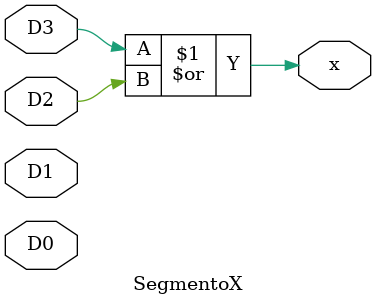
<source format=sv>
module SegmentoX(D0,D1,D2,D3,x);
   input D0,D1,D2,D3;
  output x;
  
  assign x=D3|D2;
  
endmodule
</source>
